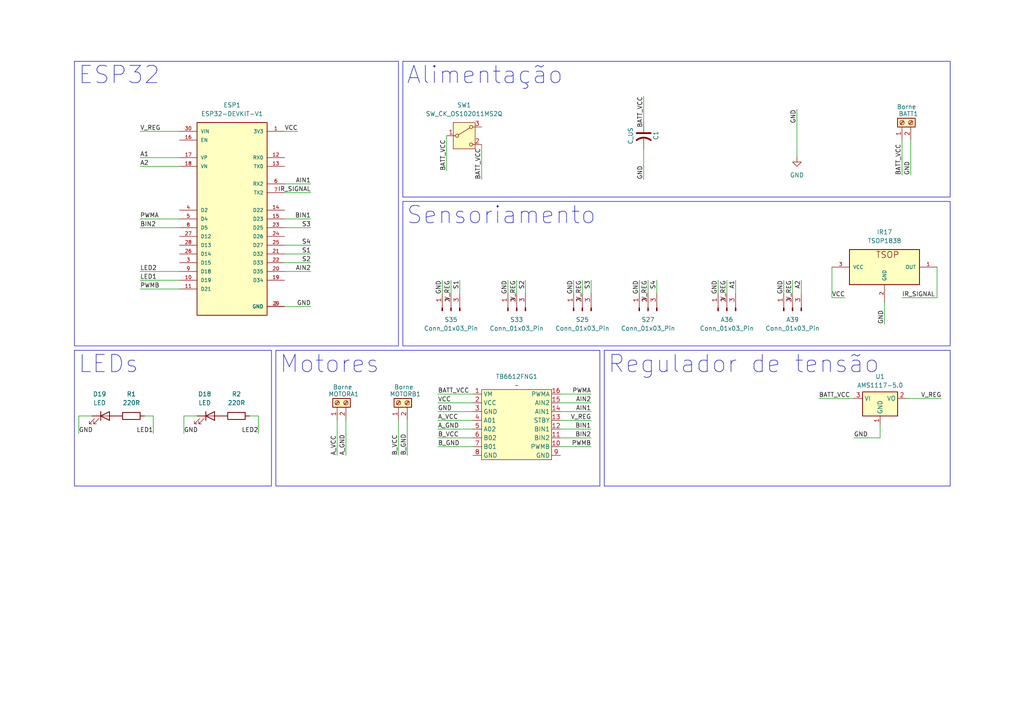
<source format=kicad_sch>
(kicad_sch (version 20250114) (generator "eeschema") (generator_version "9.0")
  (paper "A4")
  (lib_symbols
    (symbol "Connector:Conn_01x03_Pin" (pin_names (offset 1.016) (hide yes))
      (property "Reference" "J" (at 0 5.08 0))
      (property "Value" "Conn_01x03_Pin" (at 0 -5.08 0))
      (symbol "Conn_01x03_Pin_1_1"
        (rectangle (start 0.8636 2.667) (end 0 2.413) (stroke (width 0.1524)) (fill (type outline)))
        (rectangle (start 0.8636 0.127) (end 0 -0.127) (stroke (width 0.1524)) (fill (type outline)))
        (rectangle (start 0.8636 -2.413) (end 0 -2.667) (stroke (width 0.1524)) (fill (type outline)))
        (polyline (pts (xy 1.27 2.54) (xy 0.8636 2.54)) (stroke (width 0.1524)))
        (polyline (pts (xy 1.27 0) (xy 0.8636 0)) (stroke (width 0.1524)))
        (polyline (pts (xy 1.27 -2.54) (xy 0.8636 -2.54)) (stroke (width 0.1524)))
        (pin passive line (at 5.08 2.54 180) (length 3.81) (name "Pin_1") (number "1"))
        (pin passive line (at 5.08 0 180) (length 3.81) (name "Pin_2") (number "2"))
        (pin passive line (at 5.08 -2.54 180) (length 3.81) (name "Pin_3") (number "3"))
      )
    )
    (symbol "Connector:Screw_Terminal_01x02" (pin_names (offset 1.016) (hide yes))
      (property "Reference" "J" (at 0 2.54 0))
      (property "Value" "Screw_Terminal_01x02" (at 0 -5.08 0))
      (symbol "Screw_Terminal_01x02_1_1"
        (rectangle (start -1.27 1.27) (end 1.27 -3.81) (stroke (width 0.254)) (fill (type background)))
        (polyline (pts (xy -0.5334 0.3302) (xy 0.3302 -0.508)) (stroke (width 0.1524)))
        (polyline (pts (xy -0.5334 -2.2098) (xy 0.3302 -3.048)) (stroke (width 0.1524)))
        (polyline (pts (xy -0.3556 0.508) (xy 0.508 -0.3302)) (stroke (width 0.1524)))
        (polyline (pts (xy -0.3556 -2.032) (xy 0.508 -2.8702)) (stroke (width 0.1524)))
        (circle (center 0 0) (radius 0.635) (stroke (width 0.1524)))
        (circle (center 0 -2.54) (radius 0.635) (stroke (width 0.1524)))
        (pin passive line (at -5.08 0 0) (length 3.81) (name "Pin_1") (number "1"))
        (pin passive line (at -5.08 -2.54 0) (length 3.81) (name "Pin_2") (number "2"))
      )
    )
    (symbol "Device:C_US" (pin_numbers (hide yes)) (pin_names (offset 0.254) (hide yes))
      (property "Reference" "C" (at 0.635 2.54 0))
      (property "Value" "C_US" (at 0.635 -2.54 0))
      (symbol "C_US_0_1"
        (polyline (pts (xy -2.032 0.762) (xy 2.032 0.762)) (stroke (width 0.508)))
        (arc (start -2.032 -1.27) (mid 0 -0.5572) (end 2.032 -1.27) (stroke (width 0.508)))
      )
      (symbol "C_US_1_1"
        (pin passive line (at 0 3.81 270) (length 2.794) (name "~") (number "1"))
        (pin passive line (at 0 -3.81 90) (length 3.302) (name "~") (number "2"))
      )
    )
    (symbol "Device:LED" (pin_numbers (hide yes)) (pin_names (offset 1.016) (hide yes))
      (property "Reference" "D" (at 0 2.54 0))
      (property "Value" "LED" (at 0 -2.54 0))
      (symbol "LED_0_1"
        (polyline (pts (xy -3.048 -0.762) (xy -4.572 -2.286) (xy -3.81 -2.286) (xy -4.572 -2.286) (xy -4.572 -1.524)))
        (polyline (pts (xy -1.778 -0.762) (xy -3.302 -2.286) (xy -2.54 -2.286) (xy -3.302 -2.286) (xy -3.302 -1.524)))
        (polyline (pts (xy -1.27 0) (xy 1.27 0)))
        (polyline (pts (xy -1.27 -1.27) (xy -1.27 1.27)) (stroke (width 0.254)))
        (polyline (pts (xy 1.27 -1.27) (xy 1.27 1.27) (xy -1.27 0) (xy 1.27 -1.27)) (stroke (width 0.254)))
      )
      (symbol "LED_1_1"
        (pin passive line (at -3.81 0 0) (length 2.54) (name "K") (number "1"))
        (pin passive line (at 3.81 0 180) (length 2.54) (name "A") (number "2"))
      )
    )
    (symbol "Device:R" (pin_numbers (hide yes)) (pin_names (offset 0))
      (property "Reference" "R" (at 2.032 0 90))
      (property "Value" "R" (at 0 0 90))
      (symbol "R_0_1"
        (rectangle (start -1.016 -2.54) (end 1.016 2.54) (stroke (width 0.254)))
      )
      (symbol "R_1_1"
        (pin passive line (at 0 3.81 270) (length 1.27) (name "~") (number "1"))
        (pin passive line (at 0 -3.81 90) (length 1.27) (name "~") (number "2"))
      )
    )
    (symbol "ESP32-DEVKIT-V1:ESP32-DEVKIT-V1" (pin_names (offset 1.016))
      (property "Reference" "U" (at -10.16 30.48 0))
      (property "Value" "ESP32-DEVKIT-V1" (at -10.16 -30.48 0))
      (symbol "ESP32-DEVKIT-V1_0_0"
        (rectangle (start -10.16 -27.94) (end 10.16 27.94) (stroke (width 0.254)) (fill (type background)))
        (pin input line (at -15.24 25.4 0) (length 5.08) (name "VIN") (number "30"))
        (pin input line (at -15.24 22.86 0) (length 5.08) (name "EN") (number "16"))
        (pin bidirectional line (at -15.24 17.78 0) (length 5.08) (name "VP") (number "17"))
        (pin bidirectional line (at -15.24 15.24 0) (length 5.08) (name "VN") (number "18"))
        (pin bidirectional line (at -15.24 2.54 0) (length 5.08) (name "D2") (number "4"))
        (pin bidirectional line (at -15.24 0 0) (length 5.08) (name "D4") (number "5"))
        (pin bidirectional line (at -15.24 -2.54 0) (length 5.08) (name "D5") (number "8"))
        (pin bidirectional line (at -15.24 -5.08 0) (length 5.08) (name "D12") (number "27"))
        (pin bidirectional line (at -15.24 -7.62 0) (length 5.08) (name "D13") (number "28"))
        (pin bidirectional line (at -15.24 -10.16 0) (length 5.08) (name "D14") (number "26"))
        (pin bidirectional line (at -15.24 -12.7 0) (length 5.08) (name "D15") (number "3"))
        (pin bidirectional line (at -15.24 -15.24 0) (length 5.08) (name "D18") (number "9"))
        (pin bidirectional line (at -15.24 -17.78 0) (length 5.08) (name "D19") (number "10"))
        (pin bidirectional line (at -15.24 -20.32 0) (length 5.08) (name "D21") (number "11"))
        (pin output line (at 15.24 25.4 180) (length 5.08) (name "3V3") (number "1"))
        (pin input line (at 15.24 17.78 180) (length 5.08) (name "RX0") (number "12"))
        (pin output line (at 15.24 15.24 180) (length 5.08) (name "TX0") (number "13"))
        (pin input line (at 15.24 10.16 180) (length 5.08) (name "RX2") (number "6"))
        (pin output line (at 15.24 7.62 180) (length 5.08) (name "TX2") (number "7"))
        (pin bidirectional line (at 15.24 2.54 180) (length 5.08) (name "D22") (number "14"))
        (pin bidirectional line (at 15.24 0 180) (length 5.08) (name "D23") (number "15"))
        (pin bidirectional line (at 15.24 -2.54 180) (length 5.08) (name "D25") (number "23"))
        (pin bidirectional line (at 15.24 -5.08 180) (length 5.08) (name "D26") (number "24"))
        (pin bidirectional line (at 15.24 -7.62 180) (length 5.08) (name "D27") (number "25"))
        (pin bidirectional line (at 15.24 -10.16 180) (length 5.08) (name "D32") (number "21"))
        (pin bidirectional line (at 15.24 -12.7 180) (length 5.08) (name "D33") (number "22"))
        (pin bidirectional line (at 15.24 -15.24 180) (length 5.08) (name "D35") (number "20"))
        (pin bidirectional line (at 15.24 -17.78 180) (length 5.08) (name "D34") (number "19"))
        (pin power_in line (at 15.24 -25.4 180) (length 5.08) (name "GND") (number "2"))
        (pin power_in line (at 15.24 -25.4 180) (length 5.08) (name "GND") (number "29"))
      )
    )
    (symbol "My_TB6612FNG:TB6612FNG"
      (property "Reference" "Motor_Driver" (at 0 12.192 0))
      (symbol "TB6612FNG_1_1"
        (rectangle (start -10.16 10.16) (end 10.16 -10.16) (fill (type background)))
        (pin input line (at -12.7 8.89 0) (length 2.54) (name "VM") (number "1"))
        (pin input line (at -12.7 6.35 0) (length 2.54) (name "VCC") (number "2"))
        (pin input line (at -12.7 3.81 0) (length 2.54) (name "GND") (number "3"))
        (pin input line (at -12.7 1.27 0) (length 2.54) (name "A01") (number "4"))
        (pin input line (at -12.7 -1.27 0) (length 2.54) (name "A02") (number "5"))
        (pin input line (at -12.7 -3.81 0) (length 2.54) (name "B02") (number "6"))
        (pin input line (at -12.7 -6.35 0) (length 2.54) (name "B01") (number "7"))
        (pin input line (at -12.7 -8.89 0) (length 2.54) (name "GND") (number "8"))
        (pin input line (at 12.7 8.89 180) (length 2.54) (name "PWMA") (number "16"))
        (pin input line (at 12.7 6.35 180) (length 2.54) (name "AIN2") (number "15"))
        (pin input line (at 12.7 3.81 180) (length 2.54) (name "AIN1") (number "14"))
        (pin input line (at 12.7 1.27 180) (length 2.54) (name "STBY") (number "13"))
        (pin input line (at 12.7 -1.27 180) (length 2.54) (name "BIN1") (number "12"))
        (pin input line (at 12.7 -3.81 180) (length 2.54) (name "BIN2") (number "11"))
        (pin input line (at 12.7 -6.35 180) (length 2.54) (name "PWMB") (number "10"))
        (pin input line (at 12.7 -8.89 180) (length 2.54) (name "GND") (number "9"))
      )
    )
    (symbol "Regulator_Linear:AMS1117-5.0"
      (property "Reference" "U" (at -3.81 3.175 0))
      (property "Value" "AMS1117-5.0" (at 0 3.175 0))
      (symbol "AMS1117-5.0_0_1"
        (rectangle (start -5.08 -5.08) (end 5.08 1.905) (stroke (width 0.254)) (fill (type background)))
      )
      (symbol "AMS1117-5.0_1_1"
        (pin power_in line (at -7.62 0 0) (length 2.54) (name "VI") (number "3"))
        (pin power_in line (at 0 -7.62 90) (length 2.54) (name "GND") (number "1"))
        (pin power_out line (at 7.62 0 180) (length 2.54) (name "VO") (number "2"))
      )
    )
    (symbol "Switch:SW_Wuerth_450301014042" (pin_names (offset 1) (hide yes))
      (property "Reference" "SW" (at 0 5.08 0))
      (property "Value" "SW_Wuerth_450301014042" (at 0 -5.08 0))
      (symbol "SW_Wuerth_450301014042_0_1"
        (circle (center -2.032 0) (radius 0.4572))
        (polyline (pts (xy -1.651 0.254) (xy 1.651 2.286)))
        (circle (center 2.032 2.54) (radius 0.4572))
        (circle (center 2.032 -2.54) (radius 0.4572))
      )
      (symbol "SW_Wuerth_450301014042_1_1"
        (rectangle (start -3.175 3.81) (end 3.175 -3.81) (fill (type background)))
        (pin passive line (at -5.08 0 0) (length 2.54) (name "B") (number "1"))
        (pin passive line (at 5.08 2.54 180) (length 2.54) (name "A") (number "3"))
        (pin passive line (at 5.08 -2.54 180) (length 2.54) (name "C") (number "2"))
      )
    )
    (symbol "TSOP1838:TSOP1838" (pin_names (offset 1.016))
      (property "Reference" "U" (at -3.81 6.604 0))
      (property "Value" "TSOP1838" (at 0 0 0))
      (symbol "TSOP1838_0_0"
        (rectangle (start -10.16 -5.08) (end 10.16 5.08) (stroke (width 0.254)) (fill (type background)))
        (text "TSOP" (at -2.54 2.54 0) (effects (font (size 1.778 1.778)) (justify left bottom)))
        (pin power_in line (at -15.24 0 0) (length 5.08) (name "VCC") (number "3"))
        (pin power_in line (at 0 -10.16 90) (length 5.08) (name "GND") (number "2"))
        (pin output line (at 15.24 0 180) (length 5.08) (name "OUT") (number "1"))
      )
    )
    (symbol "power:GND" (power) (pin_numbers (hide yes)) (pin_names (offset 0) (hide yes))
      (property "Value" "GND" (at 0 -3.81 0))
      (symbol "GND_0_1"
        (polyline (pts (xy 0 0) (xy 0 -1.27) (xy 1.27 -1.27) (xy 0 -2.54) (xy -1.27 -1.27) (xy 0 -1.27)))
      )
      (symbol "GND_1_1"
        (pin power_in line (at 0 0 270) (length 0) (name "~") (number "1"))
      )
    )
  )
  (text_box "Alimentação" (at 116.84 17.78 0) (size 158.75 39.37) (margins 0.9525 0.9525 0.9525 0.9525) (effects (font (size 5 5)) (justify left top)))
  (text_box "LEDs\n" (at 21.59 101.6 0) (size 57.15 39.37) (margins 0.9525 0.9525 0.9525 0.9525) (effects (font (size 5 5)) (justify left top)))
  (text_box "Regulador de tensão" (at 175.26 101.6 0) (size 100.33 39.37) (margins 0.9525 0.9525 0.9525 0.9525) (effects (font (size 5 5)) (justify left top)))
  (text_box "Motores" (at 80.01 101.6 0) (size 93.98 39.37) (margins 0.9525 0.9525 0.9525 0.9525) (effects (font (size 5 5)) (justify left top)))
  (text_box "ESP32" (at 21.59 17.78 0) (size 93.98 82.55) (margins 0.9525 0.9525 0.9525 0.9525) (effects (font (size 5 5)) (justify left top)))
  (text_box "Sensoriamento\n" (at 116.84 58.42 0) (size 158.75 41.91) (margins 0.9525 0.9525 0.9525 0.9525) (effects (font (size 5 5)) (justify left top)))
  (wire (pts (xy 74.93 120.65) (xy 74.93 125.73)))
  (wire (pts (xy 127 127) (xy 137.16 127)))
  (wire (pts (xy 40.64 81.28) (xy 52.07 81.28)))
  (wire (pts (xy 82.55 76.2) (xy 90.17 76.2)))
  (wire (pts (xy 247.65 127) (xy 255.27 127)))
  (wire (pts (xy 162.56 116.84) (xy 171.45 116.84)))
  (wire (pts (xy 72.39 120.65) (xy 74.93 120.65)))
  (wire (pts (xy 186.69 43.18) (xy 186.69 52.07)))
  (wire (pts (xy 208.28 81.28) (xy 208.28 85.09)))
  (wire (pts (xy 53.34 120.65) (xy 53.34 125.73)))
  (wire (pts (xy 152.4 81.28) (xy 152.4 85.09)))
  (wire (pts (xy 162.56 127) (xy 171.45 127)))
  (wire (pts (xy 90.17 63.5) (xy 82.55 63.5)))
  (wire (pts (xy 129.54 39.37) (xy 129.54 49.53)))
  (wire (pts (xy 262.89 115.57) (xy 273.05 115.57)))
  (wire (pts (xy 52.07 78.74) (xy 40.64 78.74)))
  (wire (pts (xy 82.55 38.1) (xy 86.36 38.1)))
  (wire (pts (xy 127 114.3) (xy 137.16 114.3)))
  (wire (pts (xy 26.67 120.65) (xy 22.86 120.65)))
  (wire (pts (xy 261.62 40.64) (xy 261.62 50.8)))
  (wire (pts (xy 44.45 120.65) (xy 44.45 125.73)))
  (wire (pts (xy 187.96 81.28) (xy 187.96 85.09)))
  (wire (pts (xy 149.86 81.28) (xy 149.86 85.09)))
  (wire (pts (xy 210.82 81.28) (xy 210.82 85.09)))
  (wire (pts (xy 185.42 81.28) (xy 185.42 85.09)))
  (wire (pts (xy 115.57 121.92) (xy 115.57 132.08)))
  (wire (pts (xy 271.78 77.47) (xy 271.78 86.36)))
  (wire (pts (xy 40.64 38.1) (xy 52.07 38.1)))
  (wire (pts (xy 22.86 120.65) (xy 22.86 125.73)))
  (wire (pts (xy 82.55 73.66) (xy 90.17 73.66)))
  (wire (pts (xy 241.3 77.47) (xy 241.3 86.36)))
  (wire (pts (xy 127 124.46) (xy 137.16 124.46)))
  (wire (pts (xy 40.64 63.5) (xy 52.07 63.5)))
  (wire (pts (xy 127 119.38) (xy 137.16 119.38)))
  (wire (pts (xy 255.27 123.19) (xy 255.27 127)))
  (wire (pts (xy 231.14 31.75) (xy 231.14 45.72)))
  (wire (pts (xy 82.55 66.04) (xy 90.17 66.04)))
  (wire (pts (xy 127 121.92) (xy 137.16 121.92)))
  (wire (pts (xy 261.62 86.36) (xy 271.78 86.36)))
  (wire (pts (xy 227.33 81.28) (xy 227.33 85.09)))
  (wire (pts (xy 256.54 87.63) (xy 256.54 93.98)))
  (wire (pts (xy 128.27 81.28) (xy 128.27 85.09)))
  (wire (pts (xy 162.56 119.38) (xy 171.45 119.38)))
  (wire (pts (xy 57.15 120.65) (xy 53.34 120.65)))
  (wire (pts (xy 82.55 53.34) (xy 90.17 53.34)))
  (wire (pts (xy 232.41 81.28) (xy 232.41 85.09)))
  (wire (pts (xy 97.79 121.92) (xy 97.79 132.08)))
  (wire (pts (xy 40.64 66.04) (xy 52.07 66.04)))
  (wire (pts (xy 82.55 71.12) (xy 90.17 71.12)))
  (wire (pts (xy 118.11 121.92) (xy 118.11 132.08)))
  (wire (pts (xy 133.35 81.28) (xy 133.35 85.09)))
  (wire (pts (xy 166.37 81.28) (xy 166.37 85.09)))
  (wire (pts (xy 40.64 83.82) (xy 52.07 83.82)))
  (wire (pts (xy 127 129.54) (xy 137.16 129.54)))
  (wire (pts (xy 241.3 86.36) (xy 245.11 86.36)))
  (wire (pts (xy 40.64 48.26) (xy 52.07 48.26)))
  (wire (pts (xy 162.56 121.92) (xy 171.45 121.92)))
  (wire (pts (xy 127 116.84) (xy 137.16 116.84)))
  (wire (pts (xy 41.91 120.65) (xy 44.45 120.65)))
  (wire (pts (xy 82.55 88.9) (xy 90.17 88.9)))
  (wire (pts (xy 82.55 55.88) (xy 90.17 55.88)))
  (wire (pts (xy 100.33 121.92) (xy 100.33 132.08)))
  (wire (pts (xy 190.5 81.28) (xy 190.5 85.09)))
  (wire (pts (xy 82.55 78.74) (xy 90.17 78.74)))
  (wire (pts (xy 237.49 115.57) (xy 247.65 115.57)))
  (wire (pts (xy 40.64 45.72) (xy 52.07 45.72)))
  (wire (pts (xy 186.69 27.94) (xy 186.69 35.56)))
  (wire (pts (xy 139.7 41.91) (xy 139.7 52.07)))
  (wire (pts (xy 130.81 81.28) (xy 130.81 85.09)))
  (wire (pts (xy 264.16 40.64) (xy 264.16 50.8)))
  (wire (pts (xy 147.32 81.28) (xy 147.32 85.09)))
  (wire (pts (xy 162.56 129.54) (xy 171.45 129.54)))
  (wire (pts (xy 213.36 81.28) (xy 213.36 85.09)))
  (wire (pts (xy 162.56 124.46) (xy 171.45 124.46)))
  (wire (pts (xy 162.56 114.3) (xy 171.45 114.3)))
  (wire (pts (xy 168.91 81.28) (xy 168.91 85.09)))
  (wire (pts (xy 171.45 81.28) (xy 171.45 85.09)))
  (wire (pts (xy 229.87 81.28) (xy 229.87 85.09)))
  (label "S2" (at 90.17 76.2 180))
  (label "GND" (at 128.27 81.28 270))
  (label "VCC" (at 127 116.84 0))
  (label "S4" (at 190.5 81.28 270))
  (label "AIN2" (at 171.45 116.84 180))
  (label "BATT_VCC" (at 261.62 50.8 90))
  (label "VCC" (at 86.36 38.1 180))
  (label "IR_SIGNAL" (at 90.17 55.88 180))
  (label "GND" (at 208.28 81.28 270))
  (label "GND" (at 186.69 52.07 90))
  (label "BIN1" (at 171.45 124.46 180))
  (label "GND" (at 231.14 31.75 270))
  (label "AIN1" (at 171.45 119.38 180))
  (label "GND" (at 185.42 81.28 270))
  (label "GND" (at 256.54 93.98 90))
  (label "PWMB" (at 40.64 83.82 0))
  (label "LED1" (at 44.45 125.73 180))
  (label "BIN2" (at 171.45 127 180))
  (label "GND" (at 147.32 81.28 270))
  (label "GND" (at 90.17 88.9 180))
  (label "B_GND" (at 118.11 132.08 90))
  (label "BIN2" (at 40.64 66.04 0))
  (label "V_REG" (at 168.91 81.28 270))
  (label "A1" (at 213.36 81.28 270))
  (label "V_REG" (at 130.81 81.28 270))
  (label "GND" (at 53.34 125.73 0))
  (label "B_GND" (at 127 129.54 0))
  (label "A2" (at 232.41 81.28 270))
  (label "GND" (at 227.33 81.28 270))
  (label "BATT_VCC" (at 186.69 27.94 270))
  (label "V_REG" (at 210.82 81.28 270))
  (label "GND" (at 264.16 50.8 90))
  (label "BATT_VCC" (at 139.7 52.07 90))
  (label "A_GND" (at 100.33 132.08 90))
  (label "LED2" (at 74.93 125.73 180))
  (label "GND" (at 22.86 125.73 0))
  (label "S3" (at 171.45 81.28 270))
  (label "S3" (at 90.17 66.04 180))
  (label "PWMA" (at 171.45 114.3 180))
  (label "VCC" (at 245.11 86.36 180))
  (label "BATT_VCC" (at 237.49 115.57 0))
  (label "V_REG" (at 149.86 81.28 270))
  (label "B_VCC" (at 127 127 0))
  (label "A_VCC" (at 127 121.92 0))
  (label "LED2" (at 40.64 78.74 0))
  (label "BATT_VCC" (at 127 114.3 0))
  (label "PWMB" (at 171.45 129.54 180))
  (label "V_REG" (at 171.45 121.92 180))
  (label "V_REG" (at 187.96 81.28 270))
  (label "V_REG" (at 229.87 81.28 270))
  (label "V_REG" (at 273.05 115.57 180))
  (label "V_REG" (at 40.64 38.1 0))
  (label "A_GND" (at 127 124.46 0))
  (label "GND" (at 127 119.38 0))
  (label "A2" (at 40.64 48.26 0))
  (label "PWMA" (at 40.64 63.5 0))
  (label "LED1" (at 40.64 81.28 0))
  (label "B_VCC" (at 115.57 132.08 90))
  (label "IR_SIGNAL" (at 261.62 86.36 0))
  (label "GND" (at 166.37 81.28 270))
  (label "GND" (at 247.65 127 0))
  (label "AIN2" (at 90.17 78.74 180))
  (label "BATT_VCC" (at 129.54 49.53 90))
  (label "A1" (at 40.64 45.72 0))
  (label "AIN1" (at 90.17 53.34 180))
  (label "BIN1" (at 90.17 63.5 180))
  (label "S1" (at 90.17 73.66 180))
  (label "A_VCC" (at 97.79 132.08 90))
  (label "S4" (at 90.17 71.12 180))
  (label "S2" (at 152.4 81.28 270))
  (label "S1" (at 133.35 81.28 270))
  (symbol (lib_id "Connector:Conn_01x03_Pin") (at 210.82 90.17 90) (unit 1)
    (property "Reference" "A36" (at 210.82 92.71 90))
    (property "Value" "Conn_01x03_Pin" (at 210.82 95.25 90))
    (property "Footprint" "Connector_Molex:Molex_KK-254_AE-6410-03A_1x03_P2.54mm_Vertical" (effects (hide yes)))
    (property "Description" "Generic connector, single row, 01x03, script generated" (effects (hide yes)))
  )
  (symbol (lib_id "Device:LED") (at 60.96 120.65 0) (unit 1)
    (property "Reference" "D18" (at 59.3725 114.3 0))
    (property "Value" "LED" (at 59.3725 116.84 0))
    (property "Footprint" "LED_SMD:LED_0603_1608Metric" (effects (hide yes)))
    (property "Description" "Light emitting diode" (effects (hide yes)))
    (property "Sim.Pins" "1=K 2=A" (effects (hide yes)))
  )
  (symbol (lib_id "ESP32-DEVKIT-V1:ESP32-DEVKIT-V1") (at 67.31 63.5 0) (unit 1)
    (property "Reference" "ESP1" (at 67.31 30.48 0))
    (property "Value" "ESP32-DEVKIT-V1" (at 67.31 33.02 0))
    (property "Footprint" "ESP32-DEVKIT-V1:MODULE_ESP32_DEVKIT_V1" (effects (hide yes)))
    (property "MF" "Do it" (effects (hide yes)))
    (property "MAXIMUM_PACKAGE_HEIGHT" "6.8 mm" (effects (hide yes)))
    (property "Package" "None" (effects (hide yes)))
    (property "Price" "None" (effects (hide yes)))
    (property "Check_prices" "https://www.snapeda.com/parts/ESP32-DEVKIT-V1/Do+it/view-part/?ref=eda" (effects (hide yes)))
    (property "STANDARD" "Manufacturer Recommendations" (effects (hide yes)))
    (property "PARTREV" "N/A" (effects (hide yes)))
    (property "SnapEDA_Link" "https://www.snapeda.com/parts/ESP32-DEVKIT-V1/Do+it/view-part/?ref=snap" (effects (hide yes)))
    (property "MP" "ESP32-DEVKIT-V1" (effects (hide yes)))
    (property "Description_1" "Dual core, Wi-Fi: 2.4 GHz up to 150 Mbits/s,BLE (Bluetooth Low Energy) and legacy Bluetooth, 32 bits, Up to 240 MHz" (effects (hide yes)))
    (property "Availability" "Not in stock" (effects (hide yes)))
    (property "MANUFACTURER" "DOIT" (effects (hide yes)))
  )
  (symbol (lib_id "Device:LED") (at 30.48 120.65 0) (unit 1)
    (property "Reference" "D19" (at 28.8925 114.3 0))
    (property "Value" "LED" (at 28.8925 116.84 0))
    (property "Footprint" "LED_SMD:LED_0603_1608Metric" (effects (hide yes)))
    (property "Description" "Light emitting diode" (effects (hide yes)))
    (property "Sim.Pins" "1=K 2=A" (effects (hide yes)))
  )
  (symbol (lib_id "Regulator_Linear:AMS1117-5.0") (at 255.27 115.57 0) (unit 1)
    (property "Reference" "U1" (at 255.27 109.22 0))
    (property "Value" "AMS1117-5.0" (at 255.27 111.76 0))
    (property "Footprint" "Package_TO_SOT_SMD:SOT-223-3_TabPin2" (effects (hide yes)))
    (property "Datasheet" "http://www.advanced-monolithic.com/pdf/ds1117.pdf" (effects (hide yes)))
    (property "Description" "1A Low Dropout regulator, positive, 5.0V fixed output, SOT-223" (effects (hide yes)))
  )
  (symbol (lib_id "Connector:Screw_Terminal_01x02") (at 97.79 116.84 90) (unit 1)
    (property "Reference" "MOTORA1" (at 95.25 114.3 90) (effects (justify right)))
    (property "Value" "Borne" (at 96.52 112.268 90) (effects (justify right)))
    (property "Footprint" "TerminalBlock:TerminalBlock_Xinya_XY308-2.54-2P_1x02_P2.54mm_Horizontal" (effects (hide yes)))
    (property "Description" "Generic screw terminal, single row, 01x02, script generated (kicad-library-utils/schlib/autogen/connector/)" (effects (hide yes)))
  )
  (symbol (lib_id "Device:C_US") (at 186.69 39.37 0) (unit 1)
    (property "Reference" "C1" (at 190.246 40.64 90) (effects (justify left)))
    (property "Value" "C_US" (at 182.88 41.91 90) (effects (justify left)))
    (property "Footprint" "Capacitor_THT:C_Radial_D5.0mm_H5.0mm_P2.00mm" (effects (hide yes)))
    (property "Description" "capacitor, US symbol" (effects (hide yes)))
  )
  (symbol (lib_id "Device:R") (at 68.58 120.65 90) (unit 1)
    (property "Reference" "R2" (at 68.58 114.3 90))
    (property "Value" "220R" (at 68.58 116.84 90))
    (property "Footprint" "Resistor_SMD:R_0603_1608Metric" (effects (hide yes)))
    (property "Description" "Resistor" (effects (hide yes)))
  )
  (symbol (lib_id "TSOP1838:TSOP1838") (at 256.54 77.47 0) (unit 1)
    (property "Reference" "IR17" (at 256.54 67.31 0))
    (property "Value" "TSOP1838" (at 256.54 69.85 0))
    (property "Footprint" "TSOP1838:TSOP1838" (effects (hide yes)))
    (property "MF" "Vishay" (effects (hide yes)))
    (property "Description_1" "IR Remote Receiver 38KHz 35m 3-Pin" (effects (hide yes)))
    (property "Package" "None" (effects (hide yes)))
    (property "Price" "None" (effects (hide yes)))
    (property "SnapEDA_Link" "https://www.snapeda.com/parts/TSOP1838/Vishay/view-part/?ref=snap" (effects (hide yes)))
    (property "MP" "TSOP1838" (effects (hide yes)))
    (property "Availability" "In Stock" (effects (hide yes)))
    (property "Check_prices" "https://www.snapeda.com/parts/TSOP1838/Vishay/view-part/?ref=eda" (effects (hide yes)))
  )
  (symbol (lib_id "Connector:Screw_Terminal_01x02") (at 261.62 35.56 90) (unit 1)
    (property "Reference" "BATT1" (at 260.604 33.02 90) (effects (justify right)))
    (property "Value" "Borne" (at 260.096 30.988 90) (effects (justify right)))
    (property "Footprint" "TerminalBlock:TerminalBlock_Xinya_XY308-2.54-2P_1x02_P2.54mm_Horizontal" (effects (hide yes)))
    (property "Description" "Generic screw terminal, single row, 01x02, script generated (kicad-library-utils/schlib/autogen/connector/)" (effects (hide yes)))
  )
  (symbol (lib_id "Connector:Screw_Terminal_01x02") (at 115.57 116.84 90) (unit 1)
    (property "Reference" "MOTORB1" (at 113.03 114.3 90) (effects (justify right)))
    (property "Value" "Borne" (at 114.3 112.268 90) (effects (justify right)))
    (property "Footprint" "TerminalBlock:TerminalBlock_Xinya_XY308-2.54-2P_1x02_P2.54mm_Horizontal" (effects (hide yes)))
    (property "Description" "Generic screw terminal, single row, 01x02, script generated (kicad-library-utils/schlib/autogen/connector/)" (effects (hide yes)))
  )
  (symbol (lib_id "Connector:Conn_01x03_Pin") (at 130.81 90.17 90) (unit 1)
    (property "Reference" "S35" (at 130.81 92.71 90))
    (property "Value" "Conn_01x03_Pin" (at 130.81 95.25 90))
    (property "Footprint" "Connector_Molex:Molex_KK-254_AE-6410-03A_1x03_P2.54mm_Vertical" (effects (hide yes)))
    (property "Description" "Generic connector, single row, 01x03, script generated" (effects (hide yes)))
  )
  (symbol (lib_id "Switch:SW_Wuerth_450301014042") (at 134.62 39.37 0) (unit 1)
    (property "Reference" "SW1" (at 134.62 30.48 0))
    (property "Value" "SW_CK_OS102011MS2Q" (at 134.62 33.02 0))
    (property "Footprint" "Button_Switch_THT:SW_Slide_SPDT_Straight_CK_OS102011MS2Q" (effects (hide yes)))
    (property "Datasheet" "https://www.ckswitches.com/media/1428/os.pdf" (effects (hide yes)))
    (property "Description" "Switch slide, single pole double throw" (effects (hide yes)))
  )
  (symbol (lib_id "Connector:Conn_01x03_Pin") (at 168.91 90.17 90) (unit 1)
    (property "Reference" "S25" (at 168.91 92.71 90))
    (property "Value" "Conn_01x03_Pin" (at 168.91 95.25 90))
    (property "Footprint" "Connector_Molex:Molex_KK-254_AE-6410-03A_1x03_P2.54mm_Vertical" (effects (hide yes)))
    (property "Description" "Generic connector, single row, 01x03, script generated" (effects (hide yes)))
  )
  (symbol (lib_id "Connector:Conn_01x03_Pin") (at 229.87 90.17 90) (unit 1)
    (property "Reference" "A39" (at 229.87 92.71 90))
    (property "Value" "Conn_01x03_Pin" (at 229.87 95.25 90))
    (property "Footprint" "Connector_Molex:Molex_KK-254_AE-6410-03A_1x03_P2.54mm_Vertical" (effects (hide yes)))
    (property "Description" "Generic connector, single row, 01x03, script generated" (effects (hide yes)))
  )
  (symbol (lib_id "Connector:Conn_01x03_Pin") (at 187.96 90.17 90) (unit 1)
    (property "Reference" "S27" (at 187.96 92.71 90))
    (property "Value" "Conn_01x03_Pin" (at 187.96 95.25 90))
    (property "Footprint" "Connector_Molex:Molex_KK-254_AE-6410-03A_1x03_P2.54mm_Vertical" (effects (hide yes)))
    (property "Description" "Generic connector, single row, 01x03, script generated" (effects (hide yes)))
  )
  (symbol (lib_id "Connector:Conn_01x03_Pin") (at 149.86 90.17 90) (unit 1)
    (property "Reference" "S33" (at 149.86 92.71 90))
    (property "Value" "Conn_01x03_Pin" (at 149.86 95.25 90))
    (property "Footprint" "Connector_Molex:Molex_KK-254_AE-6410-03A_1x03_P2.54mm_Vertical" (effects (hide yes)))
    (property "Description" "Generic connector, single row, 01x03, script generated" (effects (hide yes)))
  )
  (symbol (lib_id "Device:R") (at 38.1 120.65 90) (unit 1)
    (property "Reference" "R1" (at 38.1 114.3 90))
    (property "Value" "220R" (at 38.1 116.84 90))
    (property "Footprint" "Resistor_SMD:R_0603_1608Metric" (effects (hide yes)))
    (property "Description" "Resistor" (effects (hide yes)))
  )
  (symbol (lib_id "power:GND") (at 231.14 45.72 0) (unit 1)
    (property "Reference" "#PWR01" (effects (hide yes)))
    (property "Value" "GND" (at 231.14 50.8 0))
    (property "Description" "Power symbol creates a global label with name \"GND\" , ground" (effects (hide yes)))
  )
  (symbol (lib_id "My_TB6612FNG:TB6612FNG") (at 149.86 123.19 0) (unit 1)
    (property "Reference" "TB6612FNG1" (at 149.86 109.22 0))
    (property "Value" "~" (at 149.86 111.76 0))
    (property "Footprint" "My_TB6612FNG:Socket_TB6612FNG" (effects (hide yes)))
  )
)
</source>
